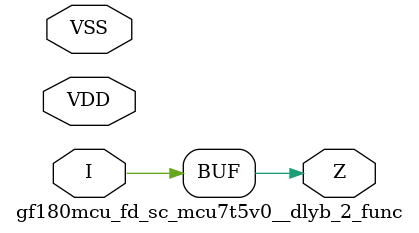
<source format=v>

module gf180mcu_fd_sc_mcu7t5v0__dlyb_2_func( I, Z, VDD, VSS );
input I;
inout VDD, VSS;
output Z;

	buf MGM_BG_0( Z, I );

endmodule

</source>
